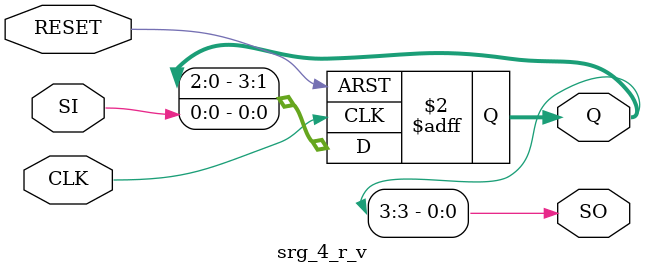
<source format=v>
module srg_4_r_v(CLK, RESET, SI, Q, SO);
    input CLK, RESET, SI;
    output [3:0] Q;
    output SO;
    reg [3:0] Q;
    assign SO = Q[3];

always @(posedge CLK or posedge RESET)
begin
    if (RESET)
        Q <= 4'b0000;
    else
        Q <= {Q[2:0], SI};
end
endmodule

</source>
